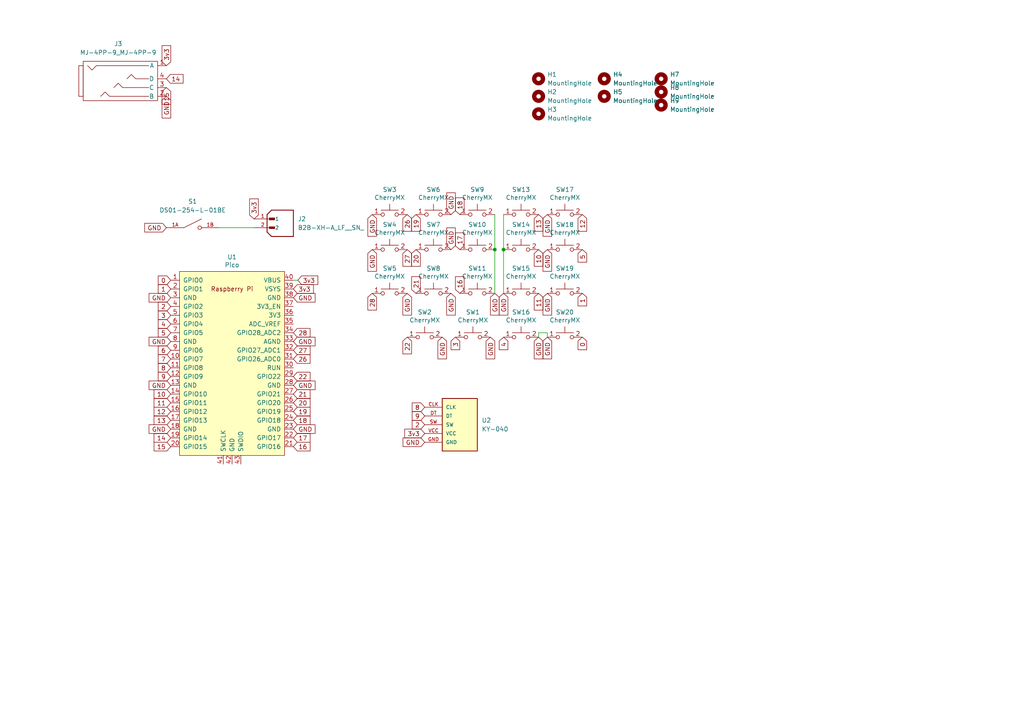
<source format=kicad_sch>
(kicad_sch (version 20230121) (generator eeschema)
  (paper "A4")
  (lib_symbols
    (symbol "B2B-XH-A_LF__SN_:B2B-XH-A_LF__SN_" (pin_names (offset 1.016))
      (property "Reference" "J" (at -2.54 6.35 0))
      (property "Value" "B2B-XH-A_LF__SN_" (at -2.54 -5.08 0))
      (symbol "B2B-XH-A_LF__SN__0_0"
        (rectangle (start -3.175 -0.3175) (end -1.5875 0.3175) (stroke (width 0.1)) (fill (type outline)))
        (rectangle (start -3.175 2.2225) (end -1.5875 2.8575) (stroke (width 0.1)) (fill (type outline)))
        (polyline (pts (xy -3.81 -1.27) (xy -2.54 -2.54)) (stroke (width 0.254)))
        (polyline (pts (xy -3.81 3.81) (xy -3.81 -1.27)) (stroke (width 0.254)))
        (polyline (pts (xy -3.81 3.81) (xy -2.54 5.08)) (stroke (width 0.254)))
        (polyline (pts (xy -2.54 -2.54) (xy 3.81 -2.54)) (stroke (width 0.254)))
        (polyline (pts (xy 3.81 -2.54) (xy 3.81 5.08)) (stroke (width 0.254)))
        (polyline (pts (xy 3.81 5.08) (xy -2.54 5.08)) (stroke (width 0.254)))
        (pin passive line (at -7.62 2.54 0) (length 5.08) (name "1") (number "1"))
        (pin passive line (at -7.62 0 0) (length 5.08) (name "2") (number "2"))
      )
    )
    (symbol "DS01-254-L-01BE:DS01-254-L-01BE" (pin_names (offset 1.016))
      (property "Reference" "S" (at -5.08 5.08 0))
      (property "Value" "DS01-254-L-01BE" (at -5.08 -5.08 0))
      (symbol "DS01-254-L-01BE_0_0"
        (polyline (pts (xy -2.54 0) (xy 2.54 2.54)) (stroke (width 0.1524)))
        (circle (center 2.032 0) (radius 0.508) (stroke (width 0.1524)))
        (pin passive line (at -7.62 0 0) (length 5.08) (name "~") (number "1A"))
        (pin passive line (at 7.62 0 180) (length 5.08) (name "~") (number "1B"))
      )
    )
    (symbol "KY-040:KY-040" (pin_names (offset 1.016))
      (property "Reference" "U" (at -5.08 10.16 0))
      (property "Value" "KY-040" (at -5.08 -12.7 0))
      (symbol "KY-040_0_0"
        (rectangle (start -5.08 -7.62) (end 5.08 7.62) (stroke (width 0.254)) (fill (type background)))
        (pin output line (at -10.16 5.08 0) (length 5.08) (name "CLK") (number "CLK"))
        (pin output line (at -10.16 2.54 0) (length 5.08) (name "DT") (number "DT"))
        (pin power_in line (at -10.16 -5.08 0) (length 5.08) (name "GND") (number "GND"))
        (pin output line (at -10.16 0 0) (length 5.08) (name "SW") (number "SW"))
        (pin power_in line (at -10.16 -2.54 0) (length 5.08) (name "VCC") (number "VCC"))
      )
    )
    (symbol "Keeb-rescue:CherryMX-CherryMX" (pin_names (offset 0.254))
      (property "Reference" "SW" (at 2.54 3.175 0))
      (property "Value" "CherryMX_CherryMX" (at 0 -1.905 0))
      (symbol "CherryMX-CherryMX_1_1"
        (circle (center -2.032 0) (radius 0.508))
        (polyline (pts (xy 0 1.27) (xy 0 3.048)))
        (polyline (pts (xy 2.54 1.27) (xy -2.54 1.27)))
        (circle (center 2.032 0) (radius 0.508))
        (pin passive line (at -5.08 0 0) (length 2.54) (name "~") (number "1"))
        (pin passive line (at 5.08 0 180) (length 2.54) (name "~") (number "2"))
      )
    )
    (symbol "Keeb-rescue:MJ-4PP-9-MJ-4PP-9" (pin_names (offset 1.016))
      (property "Reference" "J" (at 0 7.62 0))
      (property "Value" "MJ-4PP-9_MJ-4PP-9" (at 0 -8.89 0))
      (symbol "MJ-4PP-9-MJ-4PP-9_0_1"
        (rectangle (start -10.16 3.81) (end -11.43 -5.08))
        (polyline (pts (xy 8.89 -5.08) (xy -2.54 -5.08) (xy -3.81 -3.81) (xy -5.08 -5.08)))
        (polyline (pts (xy 8.89 -2.54) (xy 1.27 -2.54) (xy 0 -1.27) (xy -1.27 -2.54)))
        (polyline (pts (xy 8.89 0) (xy 5.08 0) (xy 3.81 1.27) (xy 2.54 0)))
        (polyline (pts (xy 8.89 3.81) (xy -6.35 3.81) (xy -7.62 2.54) (xy -8.89 3.81)))
        (rectangle (start 11.43 5.08) (end -10.16 -6.35))
      )
      (symbol "MJ-4PP-9-MJ-4PP-9_1_1"
        (pin input line (at 13.97 3.81 180) (length 2.54) (name "A") (number "1"))
        (pin input line (at 13.97 -5.08 180) (length 2.54) (name "B") (number "2"))
        (pin input line (at 13.97 -2.54 180) (length 2.54) (name "C") (number "3"))
        (pin input line (at 13.97 0 180) (length 2.54) (name "D") (number "4"))
      )
    )
    (symbol "Keeb-rescue:Pico-MCU_RaspberryPi_and_Boards" (pin_names (offset 1.016))
      (property "Reference" "U" (at -13.97 27.94 0))
      (property "Value" "MCU_RaspberryPi_and_Boards_Pico" (at 0 19.05 0))
      (symbol "Pico-MCU_RaspberryPi_and_Boards_0_0"
        (text "Raspberry Pi" (at 0 21.59 0) (effects (font (size 1.27 1.27))))
      )
      (symbol "Pico-MCU_RaspberryPi_and_Boards_0_1"
        (rectangle (start -15.24 26.67) (end 15.24 -26.67) (fill (type background)))
      )
      (symbol "Pico-MCU_RaspberryPi_and_Boards_1_1"
        (pin bidirectional line (at -17.78 24.13 0) (length 2.54) (name "GPIO0") (number "1"))
        (pin bidirectional line (at -17.78 1.27 0) (length 2.54) (name "GPIO7") (number "10"))
        (pin bidirectional line (at -17.78 -1.27 0) (length 2.54) (name "GPIO8") (number "11"))
        (pin bidirectional line (at -17.78 -3.81 0) (length 2.54) (name "GPIO9") (number "12"))
        (pin power_in line (at -17.78 -6.35 0) (length 2.54) (name "GND") (number "13"))
        (pin bidirectional line (at -17.78 -8.89 0) (length 2.54) (name "GPIO10") (number "14"))
        (pin bidirectional line (at -17.78 -11.43 0) (length 2.54) (name "GPIO11") (number "15"))
        (pin bidirectional line (at -17.78 -13.97 0) (length 2.54) (name "GPIO12") (number "16"))
        (pin bidirectional line (at -17.78 -16.51 0) (length 2.54) (name "GPIO13") (number "17"))
        (pin power_in line (at -17.78 -19.05 0) (length 2.54) (name "GND") (number "18"))
        (pin bidirectional line (at -17.78 -21.59 0) (length 2.54) (name "GPIO14") (number "19"))
        (pin bidirectional line (at -17.78 21.59 0) (length 2.54) (name "GPIO1") (number "2"))
        (pin bidirectional line (at -17.78 -24.13 0) (length 2.54) (name "GPIO15") (number "20"))
        (pin bidirectional line (at 17.78 -24.13 180) (length 2.54) (name "GPIO16") (number "21"))
        (pin bidirectional line (at 17.78 -21.59 180) (length 2.54) (name "GPIO17") (number "22"))
        (pin power_in line (at 17.78 -19.05 180) (length 2.54) (name "GND") (number "23"))
        (pin bidirectional line (at 17.78 -16.51 180) (length 2.54) (name "GPIO18") (number "24"))
        (pin bidirectional line (at 17.78 -13.97 180) (length 2.54) (name "GPIO19") (number "25"))
        (pin bidirectional line (at 17.78 -11.43 180) (length 2.54) (name "GPIO20") (number "26"))
        (pin bidirectional line (at 17.78 -8.89 180) (length 2.54) (name "GPIO21") (number "27"))
        (pin power_in line (at 17.78 -6.35 180) (length 2.54) (name "GND") (number "28"))
        (pin bidirectional line (at 17.78 -3.81 180) (length 2.54) (name "GPIO22") (number "29"))
        (pin power_in line (at -17.78 19.05 0) (length 2.54) (name "GND") (number "3"))
        (pin input line (at 17.78 -1.27 180) (length 2.54) (name "RUN") (number "30"))
        (pin bidirectional line (at 17.78 1.27 180) (length 2.54) (name "GPIO26_ADC0") (number "31"))
        (pin bidirectional line (at 17.78 3.81 180) (length 2.54) (name "GPIO27_ADC1") (number "32"))
        (pin power_in line (at 17.78 6.35 180) (length 2.54) (name "AGND") (number "33"))
        (pin bidirectional line (at 17.78 8.89 180) (length 2.54) (name "GPIO28_ADC2") (number "34"))
        (pin unspecified line (at 17.78 11.43 180) (length 2.54) (name "ADC_VREF") (number "35"))
        (pin unspecified line (at 17.78 13.97 180) (length 2.54) (name "3V3") (number "36"))
        (pin input line (at 17.78 16.51 180) (length 2.54) (name "3V3_EN") (number "37"))
        (pin bidirectional line (at 17.78 19.05 180) (length 2.54) (name "GND") (number "38"))
        (pin unspecified line (at 17.78 21.59 180) (length 2.54) (name "VSYS") (number "39"))
        (pin bidirectional line (at -17.78 16.51 0) (length 2.54) (name "GPIO2") (number "4"))
        (pin unspecified line (at 17.78 24.13 180) (length 2.54) (name "VBUS") (number "40"))
        (pin input line (at -2.54 -29.21 90) (length 2.54) (name "SWCLK") (number "41"))
        (pin power_in line (at 0 -29.21 90) (length 2.54) (name "GND") (number "42"))
        (pin bidirectional line (at 2.54 -29.21 90) (length 2.54) (name "SWDIO") (number "43"))
        (pin bidirectional line (at -17.78 13.97 0) (length 2.54) (name "GPIO3") (number "5"))
        (pin bidirectional line (at -17.78 11.43 0) (length 2.54) (name "GPIO4") (number "6"))
        (pin bidirectional line (at -17.78 8.89 0) (length 2.54) (name "GPIO5") (number "7"))
        (pin power_in line (at -17.78 6.35 0) (length 2.54) (name "GND") (number "8"))
        (pin bidirectional line (at -17.78 3.81 0) (length 2.54) (name "GPIO6") (number "9"))
      )
    )
    (symbol "Mechanical:MountingHole" (pin_names (offset 1.016))
      (property "Reference" "H" (at 0 5.08 0))
      (property "Value" "MountingHole" (at 0 3.175 0))
      (symbol "MountingHole_0_1"
        (circle (center 0 0) (radius 1.27) (stroke (width 1.27)))
      )
    )
  )
  (junction (at 146.05 72.39))
  (junction (at 143.51 72.39))
  (wire (pts (xy 146.05 62.23) (xy 146.05 72.39)))
  (wire (pts (xy 156.21 96.52) (xy 158.75 96.52)))
  (wire (pts (xy 143.51 62.23) (xy 143.51 72.39)))
  (wire (pts (xy 156.21 97.79) (xy 156.21 96.52)))
  (wire (pts (xy 63.5 66.04) (xy 73.66 66.04)))
  (wire (pts (xy 86.36 81.28) (xy 85.09 81.28)))
  (wire (pts (xy 146.05 72.39) (xy 146.05 85.09)))
  (wire (pts (xy 158.75 96.52) (xy 158.75 97.79)))
  (wire (pts (xy 143.51 72.39) (xy 143.51 85.09)))
  (global_label "4" (shape input) (at 146.05 97.79 270) (property "Intersheetrefs" "${INTERSHEET_REFS}" (effects hide)))
  (global_label "GND" (shape input) (at 128.27 97.79 270) (property "Intersheetrefs" "${INTERSHEET_REFS}" (effects hide)))
  (global_label "5" (shape input) (at 49.53 96.52 180) (property "Intersheetrefs" "${INTERSHEET_REFS}" (effects hide)))
  (global_label "GND" (shape input) (at 130.81 62.23 90) (property "Intersheetrefs" "${INTERSHEET_REFS}" (effects hide)))
  (global_label "GND" (shape input) (at 49.53 124.46 180) (property "Intersheetrefs" "${INTERSHEET_REFS}" (effects hide)))
  (global_label "GND" (shape input) (at 107.95 72.39 270) (property "Intersheetrefs" "${INTERSHEET_REFS}" (effects hide)))
  (global_label "GND" (shape input) (at 158.75 62.23 270) (property "Intersheetrefs" "${INTERSHEET_REFS}" (effects hide)))
  (global_label "11" (shape input) (at 49.53 116.84 180) (property "Intersheetrefs" "${INTERSHEET_REFS}" (effects hide)))
  (global_label "3" (shape input) (at 132.08 97.79 270) (property "Intersheetrefs" "${INTERSHEET_REFS}" (effects hide)))
  (global_label "3" (shape input) (at 49.53 91.44 180) (property "Intersheetrefs" "${INTERSHEET_REFS}" (effects hide)))
  (global_label "3v3" (shape input) (at 85.09 83.82 0) (property "Intersheetrefs" "${INTERSHEET_REFS}" (effects hide)))
  (global_label "GND" (shape input) (at 146.05 85.09 270) (property "Intersheetrefs" "${INTERSHEET_REFS}" (effects hide)))
  (global_label "GND" (shape input) (at 49.53 99.06 180) (property "Intersheetrefs" "${INTERSHEET_REFS}" (effects hide)))
  (global_label "GND" (shape input) (at 123.19 128.27 180) (property "Intersheetrefs" "${INTERSHEET_REFS}" (effects hide)))
  (global_label "22" (shape input) (at 85.09 109.22 0) (property "Intersheetrefs" "${INTERSHEET_REFS}" (effects hide)))
  (global_label "13" (shape input) (at 49.53 121.92 180) (property "Intersheetrefs" "${INTERSHEET_REFS}" (effects hide)))
  (global_label "GND" (shape input) (at 85.09 99.06 0) (property "Intersheetrefs" "${INTERSHEET_REFS}" (effects hide)))
  (global_label "GND" (shape input) (at 142.24 97.79 270) (property "Intersheetrefs" "${INTERSHEET_REFS}" (effects hide)))
  (global_label "GND" (shape input) (at 48.26 27.94 270) (property "Intersheetrefs" "${INTERSHEET_REFS}" (effects hide)))
  (global_label "0" (shape input) (at 168.91 97.79 270) (property "Intersheetrefs" "${INTERSHEET_REFS}" (effects hide)))
  (global_label "8" (shape input) (at 123.19 118.11 180) (property "Intersheetrefs" "${INTERSHEET_REFS}" (effects hide)))
  (global_label "12" (shape input) (at 168.91 62.23 270) (property "Intersheetrefs" "${INTERSHEET_REFS}" (effects hide)))
  (global_label "27" (shape input) (at 85.09 101.6 0) (property "Intersheetrefs" "${INTERSHEET_REFS}" (effects hide)))
  (global_label "28" (shape input) (at 107.95 85.09 270) (property "Intersheetrefs" "${INTERSHEET_REFS}" (effects hide)))
  (global_label "28" (shape input) (at 85.09 96.52 0) (property "Intersheetrefs" "${INTERSHEET_REFS}" (effects hide)))
  (global_label "GND" (shape input) (at 49.53 111.76 180) (property "Intersheetrefs" "${INTERSHEET_REFS}" (effects hide)))
  (global_label "9" (shape input) (at 123.19 120.65 180) (property "Intersheetrefs" "${INTERSHEET_REFS}" (effects hide)))
  (global_label "GND" (shape input) (at 107.95 62.23 270) (property "Intersheetrefs" "${INTERSHEET_REFS}" (effects hide)))
  (global_label "14" (shape input) (at 49.53 127 180) (property "Intersheetrefs" "${INTERSHEET_REFS}" (effects hide)))
  (global_label "17" (shape input) (at 85.09 127 0) (property "Intersheetrefs" "${INTERSHEET_REFS}" (effects hide)))
  (global_label "18" (shape input) (at 85.09 121.92 0) (property "Intersheetrefs" "${INTERSHEET_REFS}" (effects hide)))
  (global_label "18" (shape input) (at 133.35 62.23 90) (property "Intersheetrefs" "${INTERSHEET_REFS}" (effects hide)))
  (global_label "4" (shape input) (at 49.53 93.98 180) (property "Intersheetrefs" "${INTERSHEET_REFS}" (effects hide)))
  (global_label "GND" (shape input) (at 49.53 86.36 180) (property "Intersheetrefs" "${INTERSHEET_REFS}" (effects hide)))
  (global_label "20" (shape input) (at 85.09 116.84 0) (property "Intersheetrefs" "${INTERSHEET_REFS}" (effects hide)))
  (global_label "11" (shape input) (at 156.21 85.09 270) (property "Intersheetrefs" "${INTERSHEET_REFS}" (effects hide)))
  (global_label "GND" (shape input) (at 85.09 111.76 0) (property "Intersheetrefs" "${INTERSHEET_REFS}" (effects hide)))
  (global_label "14" (shape input) (at 48.26 22.86 0) (property "Intersheetrefs" "${INTERSHEET_REFS}" (effects hide)))
  (global_label "GND" (shape input) (at 158.75 72.39 270) (property "Intersheetrefs" "${INTERSHEET_REFS}" (effects hide)))
  (global_label "GND" (shape input) (at 48.26 66.04 180) (property "Intersheetrefs" "${INTERSHEET_REFS}" (effects hide)))
  (global_label "13" (shape input) (at 156.21 62.23 270) (property "Intersheetrefs" "${INTERSHEET_REFS}" (effects hide)))
  (global_label "21" (shape input) (at 120.65 85.09 90) (property "Intersheetrefs" "${INTERSHEET_REFS}" (effects hide)))
  (global_label "9" (shape input) (at 49.53 109.22 180) (property "Intersheetrefs" "${INTERSHEET_REFS}" (effects hide)))
  (global_label "2" (shape input) (at 49.53 88.9 180) (property "Intersheetrefs" "${INTERSHEET_REFS}" (effects hide)))
  (global_label "GND" (shape input) (at 130.81 85.09 270) (property "Intersheetrefs" "${INTERSHEET_REFS}" (effects hide)))
  (global_label "2" (shape input) (at 123.19 123.19 180) (property "Intersheetrefs" "${INTERSHEET_REFS}" (effects hide)))
  (global_label "20" (shape input) (at 120.65 72.39 270) (property "Intersheetrefs" "${INTERSHEET_REFS}" (effects hide)))
  (global_label "27" (shape input) (at 118.11 72.39 270) (property "Intersheetrefs" "${INTERSHEET_REFS}" (effects hide)))
  (global_label "17" (shape input) (at 133.35 72.39 90) (property "Intersheetrefs" "${INTERSHEET_REFS}" (effects hide)))
  (global_label "15" (shape input) (at 48.26 25.4 270) (property "Intersheetrefs" "${INTERSHEET_REFS}" (effects hide)))
  (global_label "GND" (shape input) (at 118.11 85.09 270) (property "Intersheetrefs" "${INTERSHEET_REFS}" (effects hide)))
  (global_label "0" (shape input) (at 49.53 81.28 180) (property "Intersheetrefs" "${INTERSHEET_REFS}" (effects hide)))
  (global_label "12" (shape input) (at 49.53 119.38 180) (property "Intersheetrefs" "${INTERSHEET_REFS}" (effects hide)))
  (global_label "7" (shape input) (at 49.53 104.14 180) (property "Intersheetrefs" "${INTERSHEET_REFS}" (effects hide)))
  (global_label "GND" (shape input) (at 130.81 72.39 90) (property "Intersheetrefs" "${INTERSHEET_REFS}" (effects hide)))
  (global_label "GND" (shape input) (at 158.75 97.79 270) (property "Intersheetrefs" "${INTERSHEET_REFS}" (effects hide)))
  (global_label "16" (shape input) (at 133.35 85.09 90) (property "Intersheetrefs" "${INTERSHEET_REFS}" (effects hide)))
  (global_label "10" (shape input) (at 156.21 72.39 270) (property "Intersheetrefs" "${INTERSHEET_REFS}" (effects hide)))
  (global_label "22" (shape input) (at 118.11 97.79 270) (property "Intersheetrefs" "${INTERSHEET_REFS}" (effects hide)))
  (global_label "GND" (shape input) (at 156.21 97.79 270) (property "Intersheetrefs" "${INTERSHEET_REFS}" (effects hide)))
  (global_label "19" (shape input) (at 85.09 119.38 0) (property "Intersheetrefs" "${INTERSHEET_REFS}" (effects hide)))
  (global_label "GND" (shape input) (at 158.75 85.09 270) (property "Intersheetrefs" "${INTERSHEET_REFS}" (effects hide)))
  (global_label "21" (shape input) (at 85.09 114.3 0) (property "Intersheetrefs" "${INTERSHEET_REFS}" (effects hide)))
  (global_label "3v3" (shape input) (at 86.36 81.28 0) (property "Intersheetrefs" "${INTERSHEET_REFS}" (effects hide)))
  (global_label "16" (shape input) (at 85.09 129.54 0) (property "Intersheetrefs" "${INTERSHEET_REFS}" (effects hide)))
  (global_label "15" (shape input) (at 49.53 129.54 180) (property "Intersheetrefs" "${INTERSHEET_REFS}" (effects hide)))
  (global_label "26" (shape input) (at 85.09 104.14 0) (property "Intersheetrefs" "${INTERSHEET_REFS}" (effects hide)))
  (global_label "GND" (shape input) (at 85.09 86.36 0) (property "Intersheetrefs" "${INTERSHEET_REFS}" (effects hide)))
  (global_label "5" (shape input) (at 168.91 72.39 270) (property "Intersheetrefs" "${INTERSHEET_REFS}" (effects hide)))
  (global_label "1" (shape input) (at 168.91 85.09 270) (property "Intersheetrefs" "${INTERSHEET_REFS}" (effects hide)))
  (global_label "6" (shape input) (at 49.53 101.6 180) (property "Intersheetrefs" "${INTERSHEET_REFS}" (effects hide)))
  (global_label "19" (shape input) (at 120.65 62.23 270) (property "Intersheetrefs" "${INTERSHEET_REFS}" (effects hide)))
  (global_label "3v3" (shape input) (at 73.66 63.5 90) (property "Intersheetrefs" "${INTERSHEET_REFS}" (effects hide)))
  (global_label "GND" (shape input) (at 143.51 85.09 270) (property "Intersheetrefs" "${INTERSHEET_REFS}" (effects hide)))
  (global_label "8" (shape input) (at 49.53 106.68 180) (property "Intersheetrefs" "${INTERSHEET_REFS}" (effects hide)))
  (global_label "10" (shape input) (at 49.53 114.3 180) (property "Intersheetrefs" "${INTERSHEET_REFS}" (effects hide)))
  (global_label "1" (shape input) (at 49.53 83.82 180) (property "Intersheetrefs" "${INTERSHEET_REFS}" (effects hide)))
  (global_label "3v3" (shape input) (at 123.19 125.73 180) (property "Intersheetrefs" "${INTERSHEET_REFS}" (effects hide)))
  (global_label "26" (shape input) (at 118.11 62.23 270) (property "Intersheetrefs" "${INTERSHEET_REFS}" (effects hide)))
  (global_label "GND" (shape input) (at 85.09 124.46 0) (property "Intersheetrefs" "${INTERSHEET_REFS}" (effects hide)))
  (global_label "3v3" (shape input) (at 48.26 19.05 90) (property "Intersheetrefs" "${INTERSHEET_REFS}" (effects hide)))
  (symbol (lib_id "Keeb-rescue:Pico-MCU_RaspberryPi_and_Boards") (at 67.31 105.41 0) (unit 1)
    (property "Reference" "U1" (at 67.31 74.549 0))
    (property "Value" "Pico" (at 67.31 76.8604 0))
    (property "Footprint" "MCU_RaspberryPi_and_Boards:RPi_Pico_SMD_TH_NO_BACK_HOLES" (effects hide))
  )
  (symbol (lib_id "Keeb-rescue:CherryMX-CherryMX") (at 113.03 62.23 0) (unit 1)
    (property "Reference" "SW3" (at 113.03 54.991 0))
    (property "Value" "CherryMX" (at 113.03 57.3024 0))
    (property "Footprint" "ScottoKeebs_Hotswap:Hotswap_MX_Plated_1.00u" (effects hide))
  )
  (symbol (lib_id "Keeb-rescue:CherryMX-CherryMX") (at 125.73 62.23 0) (unit 1)
    (property "Reference" "SW6" (at 125.73 54.991 0))
    (property "Value" "CherryMX" (at 125.73 57.3024 0))
    (property "Footprint" "ScottoKeebs_Hotswap:Hotswap_MX_Plated_1.00u" (effects hide))
  )
  (symbol (lib_id "Keeb-rescue:CherryMX-CherryMX") (at 138.43 62.23 0) (unit 1)
    (property "Reference" "SW9" (at 138.43 54.991 0))
    (property "Value" "CherryMX" (at 138.43 57.3024 0))
    (property "Footprint" "ScottoKeebs_Hotswap:Hotswap_MX_Plated_1.00u" (effects hide))
  )
  (symbol (lib_id "Keeb-rescue:CherryMX-CherryMX") (at 151.13 62.23 0) (unit 1)
    (property "Reference" "SW13" (at 151.13 54.991 0))
    (property "Value" "CherryMX" (at 151.13 57.3024 0))
    (property "Footprint" "ScottoKeebs_Hotswap:Hotswap_MX_Plated_1.00u" (effects hide))
  )
  (symbol (lib_id "Keeb-rescue:CherryMX-CherryMX") (at 163.83 62.23 0) (unit 1)
    (property "Reference" "SW17" (at 163.83 54.991 0))
    (property "Value" "CherryMX" (at 163.83 57.3024 0))
    (property "Footprint" "ScottoKeebs_Hotswap:Hotswap_MX_Plated_1.00u" (effects hide))
  )
  (symbol (lib_id "Keeb-rescue:CherryMX-CherryMX") (at 113.03 72.39 0) (unit 1)
    (property "Reference" "SW4" (at 113.03 65.151 0))
    (property "Value" "CherryMX" (at 113.03 67.4624 0))
    (property "Footprint" "ScottoKeebs_Hotswap:Hotswap_MX_Plated_1.00u" (effects hide))
  )
  (symbol (lib_id "Keeb-rescue:CherryMX-CherryMX") (at 125.73 72.39 0) (unit 1)
    (property "Reference" "SW7" (at 125.73 65.151 0))
    (property "Value" "CherryMX" (at 125.73 67.4624 0))
    (property "Footprint" "ScottoKeebs_Hotswap:Hotswap_MX_Plated_1.00u" (effects hide))
  )
  (symbol (lib_id "Keeb-rescue:CherryMX-CherryMX") (at 138.43 72.39 0) (unit 1)
    (property "Reference" "SW10" (at 138.43 65.151 0))
    (property "Value" "CherryMX" (at 138.43 67.4624 0))
    (property "Footprint" "ScottoKeebs_Hotswap:Hotswap_MX_Plated_1.00u" (effects hide))
  )
  (symbol (lib_id "Keeb-rescue:CherryMX-CherryMX") (at 151.13 72.39 0) (unit 1)
    (property "Reference" "SW14" (at 151.13 65.151 0))
    (property "Value" "CherryMX" (at 151.13 67.4624 0))
    (property "Footprint" "ScottoKeebs_Hotswap:Hotswap_MX_Plated_1.00u" (effects hide))
  )
  (symbol (lib_id "Keeb-rescue:CherryMX-CherryMX") (at 163.83 72.39 0) (unit 1)
    (property "Reference" "SW18" (at 163.83 65.151 0))
    (property "Value" "CherryMX" (at 163.83 67.4624 0))
    (property "Footprint" "ScottoKeebs_Hotswap:Hotswap_MX_Plated_1.00u" (effects hide))
  )
  (symbol (lib_id "Keeb-rescue:CherryMX-CherryMX") (at 113.03 85.09 0) (unit 1)
    (property "Reference" "SW5" (at 113.03 77.851 0))
    (property "Value" "CherryMX" (at 113.03 80.1624 0))
    (property "Footprint" "ScottoKeebs_Hotswap:Hotswap_MX_Plated_1.00u" (effects hide))
  )
  (symbol (lib_id "Keeb-rescue:CherryMX-CherryMX") (at 125.73 85.09 0) (unit 1)
    (property "Reference" "SW8" (at 125.73 77.851 0))
    (property "Value" "CherryMX" (at 125.73 80.1624 0))
    (property "Footprint" "ScottoKeebs_Hotswap:Hotswap_MX_Plated_1.00u" (effects hide))
  )
  (symbol (lib_id "Keeb-rescue:CherryMX-CherryMX") (at 138.43 85.09 0) (unit 1)
    (property "Reference" "SW11" (at 138.43 77.851 0))
    (property "Value" "CherryMX" (at 138.43 80.1624 0))
    (property "Footprint" "ScottoKeebs_Hotswap:Hotswap_MX_Plated_1.00u" (effects hide))
  )
  (symbol (lib_id "Keeb-rescue:CherryMX-CherryMX") (at 151.13 85.09 0) (unit 1)
    (property "Reference" "SW15" (at 151.13 77.851 0))
    (property "Value" "CherryMX" (at 151.13 80.1624 0))
    (property "Footprint" "ScottoKeebs_Hotswap:Hotswap_MX_Plated_1.00u" (effects hide))
  )
  (symbol (lib_id "Keeb-rescue:CherryMX-CherryMX") (at 163.83 85.09 0) (unit 1)
    (property "Reference" "SW19" (at 163.83 77.851 0))
    (property "Value" "CherryMX" (at 163.83 80.1624 0))
    (property "Footprint" "ScottoKeebs_Hotswap:Hotswap_MX_Plated_1.00u" (effects hide))
  )
  (symbol (lib_id "Keeb-rescue:CherryMX-CherryMX") (at 151.13 97.79 0) (unit 1)
    (property "Reference" "SW16" (at 151.13 90.551 0))
    (property "Value" "CherryMX" (at 151.13 92.8624 0))
    (property "Footprint" "ScottoKeebs_Hotswap:Hotswap_MX_Plated_1.00u" (effects hide))
  )
  (symbol (lib_id "Keeb-rescue:CherryMX-CherryMX") (at 163.83 97.79 0) (unit 1)
    (property "Reference" "SW20" (at 163.83 90.551 0))
    (property "Value" "CherryMX" (at 163.83 92.8624 0))
    (property "Footprint" "ScottoKeebs_Hotswap:Hotswap_MX_Plated_1.00u" (effects hide))
  )
  (symbol (lib_id "Mechanical:MountingHole") (at 191.77 22.86 0) (unit 1)
    (property "Reference" "H7" (at 194.31 21.59 0) (effects (justify left)))
    (property "Value" "MountingHole" (at 194.31 24.13 0) (effects (justify left)))
    (property "Footprint" "MountingHole:MountingHole_3.2mm_M3" (effects hide))
  )
  (symbol (lib_id "Keeb-rescue:CherryMX-CherryMX") (at 137.16 97.79 0) (unit 1)
    (property "Reference" "SW1" (at 137.16 90.551 0))
    (property "Value" "CherryMX" (at 137.16 92.8624 0))
    (property "Footprint" "ScottoKeebs_Hotswap:Hotswap_MX_Plated_1.00u" (effects hide))
  )
  (symbol (lib_id "Mechanical:MountingHole") (at 191.77 26.67 0) (unit 1)
    (property "Reference" "H8" (at 194.31 25.4 0) (effects (justify left)))
    (property "Value" "MountingHole" (at 194.31 27.94 0) (effects (justify left)))
    (property "Footprint" "MountingHole:MountingHole_3.2mm_M3" (effects hide))
  )
  (symbol (lib_id "DS01-254-L-01BE:DS01-254-L-01BE") (at 55.88 66.04 0) (unit 1)
    (property "Reference" "S1" (at 55.88 58.42 0))
    (property "Value" "DS01-254-L-01BE" (at 55.88 60.96 0))
    (property "Footprint" "DIP:SW_DS01-254-L-01BE" (effects hide))
    (property "MF" "CUI Devices" (effects hide))
    (property "MAXIMUM_PACKAGE_HEIGHT" "7.0mm" (effects hide))
    (property "Package" "None" (effects hide))
    (property "Price" "None" (effects hide))
    (property "Check_prices" "https://www.snapeda.com/parts/DS01-254-L-01BE/CUI+Devices/view-part/?ref=eda" (effects hide))
    (property "STANDARD" "Manufacturer recommendations" (effects hide))
    (property "PARTREV" "1.0" (effects hide))
    (property "SnapEDA_Link" "https://www.snapeda.com/parts/DS01-254-L-01BE/CUI+Devices/view-part/?ref=snap" (effects hide))
    (property "MP" "DS01-254-L-01BE" (effects hide))
    (property "Purchase-URL" "https://www.snapeda.com/api/url_track_click_mouser/?unipart_id=4467329&manufacturer=CUI Devices&part_name=DS01-254-L-01BE&search_term=None" (effects hide))
    (property "Description" "1 Position, Through Hole, 2.54 mm Pitch, Raised Slide Actuator, Flat Bottom, Long Pin, DIP Switch" (effects hide))
    (property "CUI_purchase_URL" "https://www.cuidevices.com/product/switches/dip-switches/ds01-254-l-01be?utm_source=snapeda.com&utm_medium=referral&utm_campaign=snapedaBOM" (effects hide))
    (property "Availability" "In Stock" (effects hide))
    (property "MANUFACTURER" "CUI" (effects hide))
  )
  (symbol (lib_id "B2B-XH-A_LF__SN_:B2B-XH-A_LF__SN_") (at 81.28 66.04 0) (unit 1)
    (property "Reference" "J2" (at 86.36 63.5 0) (effects (justify left)))
    (property "Value" "B2B-XH-A_LF__SN_" (at 86.36 66.04 0) (effects (justify left)))
    (property "Footprint" "Connectors_user:JST_B2B-XH-A_LF__SN_" (effects hide))
    (property "MF" "JST Sales America Inc." (effects hide))
    (property "MAXIMUM_PACKAGE_HEIGHT" "7 mm" (effects hide))
    (property "Package" "None" (effects hide))
    (property "Price" "None" (effects hide))
    (property "Check_prices" "https://www.snapeda.com/parts/B2B-XH-A(LF)(SN)/JST+Sales+America+Inc./view-part/?ref=eda" (effects hide))
    (property "STANDARD" "Manufacturer Recommendations" (effects hide))
    (property "PARTREV" "N/A" (effects hide))
    (property "SnapEDA_Link" "https://www.snapeda.com/parts/B2B-XH-A(LF)(SN)/JST+Sales+America+Inc./view-part/?ref=snap" (effects hide))
    (property "MP" "B2B-XH-A(LF)(SN)" (effects hide))
    (property "Description" "\nConnector Header Through Hole 2 position 0.098 (2.50mm)\n" (effects hide))
    (property "Availability" "In Stock" (effects hide))
    (property "MANUFACTURER" "JST Sales America Inc." (effects hide))
  )
  (symbol (lib_id "KY-040:KY-040") (at 133.35 123.19 0) (unit 1)
    (property "Reference" "U2" (at 139.7 121.92 0) (effects (justify left)))
    (property "Value" "KY-040" (at 139.7 124.46 0) (effects (justify left)))
    (property "Footprint" "KY-040:KY-040-PORT" (effects hide))
    (property "MF" "Joy-IT" (effects hide))
    (property "Description" "\nKY-5.0-4P Green(RAL6018/T) ; CONTACT WITH TIN PLATED MARK\n" (effects hide))
    (property "Package" "Package" (effects hide))
    (property "Price" "None" (effects hide))
    (property "SnapEDA_Link" "https://www.snapeda.com/parts/KY-040/Joy-IT/view-part/?ref=snap" (effects hide))
    (property "MP" "KY-040" (effects hide))
    (property "Availability" "Not in stock" (effects hide))
    (property "Check_prices" "https://www.snapeda.com/parts/KY-040/Joy-IT/view-part/?ref=eda" (effects hide))
  )
  (symbol (lib_id "Mechanical:MountingHole") (at 175.26 22.86 0) (unit 1)
    (property "Reference" "H4" (at 177.8 21.59 0) (effects (justify left)))
    (property "Value" "MountingHole" (at 177.8 24.13 0) (effects (justify left)))
    (property "Footprint" "MountingHole:MountingHole_3.2mm_M3" (effects hide))
  )
  (symbol (lib_id "Mechanical:MountingHole") (at 156.21 22.86 0) (unit 1)
    (property "Reference" "H1" (at 158.75 21.59 0) (effects (justify left)))
    (property "Value" "MountingHole" (at 158.75 24.13 0) (effects (justify left)))
    (property "Footprint" "MountingHole:MountingHole_3.2mm_M3" (effects hide))
  )
  (symbol (lib_id "Mechanical:MountingHole") (at 156.21 27.94 0) (unit 1)
    (property "Reference" "H2" (at 158.75 26.67 0) (effects (justify left)))
    (property "Value" "MountingHole" (at 158.75 29.21 0) (effects (justify left)))
    (property "Footprint" "MountingHole:MountingHole_3.2mm_M3" (effects hide))
  )
  (symbol (lib_id "Keeb-rescue:MJ-4PP-9-MJ-4PP-9") (at 34.29 22.86 0) (unit 1)
    (property "Reference" "J3" (at 34.29 12.7 0))
    (property "Value" "MJ-4PP-9_MJ-4PP-9" (at 34.29 15.24 0))
    (property "Footprint" "MJ-4PP-9:MJ-4PP-9_no_silk" (effects hide))
  )
  (symbol (lib_id "Mechanical:MountingHole") (at 156.21 33.02 0) (unit 1)
    (property "Reference" "H3" (at 158.75 31.75 0) (effects (justify left)))
    (property "Value" "MountingHole" (at 158.75 34.29 0) (effects (justify left)))
    (property "Footprint" "MountingHole:MountingHole_3.2mm_M3" (effects hide))
  )
  (symbol (lib_id "Mechanical:MountingHole") (at 175.26 27.94 0) (unit 1)
    (property "Reference" "H5" (at 177.8 26.67 0) (effects (justify left)))
    (property "Value" "MountingHole" (at 177.8 29.21 0) (effects (justify left)))
    (property "Footprint" "MountingHole:MountingHole_3.2mm_M3" (effects hide))
  )
  (symbol (lib_id "Keeb-rescue:CherryMX-CherryMX") (at 123.19 97.79 0) (unit 1)
    (property "Reference" "SW2" (at 123.19 90.551 0))
    (property "Value" "CherryMX" (at 123.19 92.8624 0))
    (property "Footprint" "ScottoKeebs_Hotswap:Hotswap_MX_Plated_1.00u" (effects hide))
  )
  (symbol (lib_id "Mechanical:MountingHole") (at 191.77 30.48 0) (unit 1)
    (property "Reference" "H9" (at 194.31 29.21 0) (effects (justify left)))
    (property "Value" "MountingHole" (at 194.31 31.75 0) (effects (justify left)))
    (property "Footprint" "MountingHole:MountingHole_3.2mm_M3" (effects hide))
  )
)
</source>
